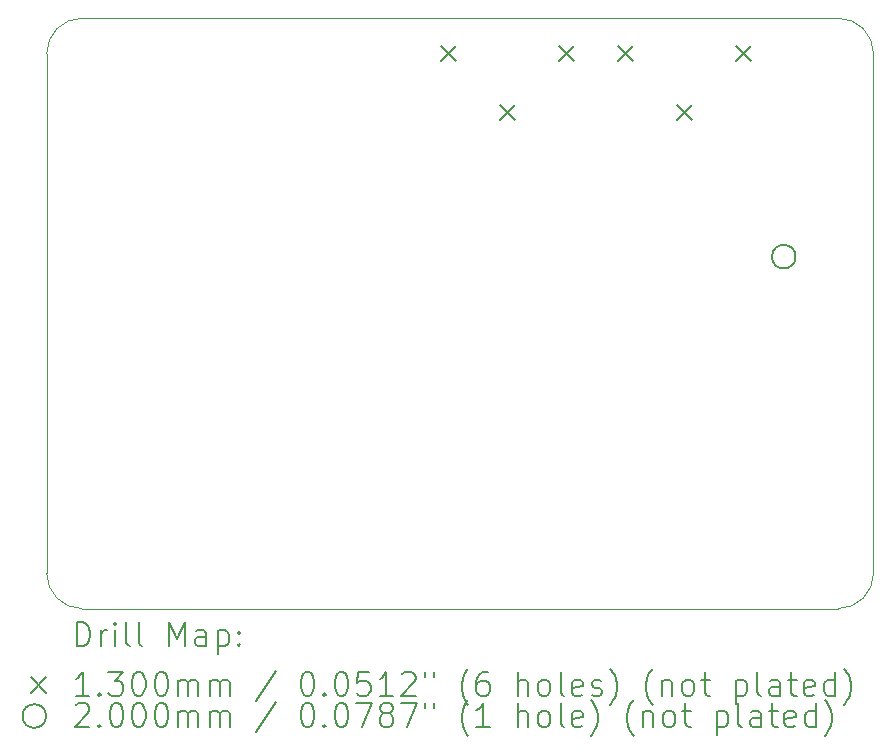
<source format=gbr>
%TF.GenerationSoftware,KiCad,Pcbnew,7.0.10-7.0.10~ubuntu22.04.1*%
%TF.CreationDate,2024-01-03T17:28:31-08:00*%
%TF.ProjectId,EtherKeyerMini,45746865-724b-4657-9965-724d696e692e,A*%
%TF.SameCoordinates,Original*%
%TF.FileFunction,Drillmap*%
%TF.FilePolarity,Positive*%
%FSLAX45Y45*%
G04 Gerber Fmt 4.5, Leading zero omitted, Abs format (unit mm)*
G04 Created by KiCad (PCBNEW 7.0.10-7.0.10~ubuntu22.04.1) date 2024-01-03 17:28:31*
%MOMM*%
%LPD*%
G01*
G04 APERTURE LIST*
%ADD10C,0.100000*%
%ADD11C,0.200000*%
%ADD12C,0.130000*%
G04 APERTURE END LIST*
D10*
X16700000Y-10000000D02*
G75*
G03*
X17000000Y-9700000I0J300000D01*
G01*
X17000000Y-5300000D02*
G75*
G03*
X16700000Y-5000000I-300000J0D01*
G01*
X10300000Y-5000000D02*
G75*
G03*
X10000000Y-5300000I0J-300000D01*
G01*
X10000000Y-5300000D02*
X10000000Y-9700000D01*
X17000000Y-5300000D02*
X17000000Y-9700000D01*
X10000000Y-9700000D02*
G75*
G03*
X10300000Y-10000000I300000J0D01*
G01*
X16700000Y-5000000D02*
X10300000Y-5000000D01*
X10300000Y-10000000D02*
X16700000Y-10000000D01*
D11*
D12*
X13335000Y-5235000D02*
X13465000Y-5365000D01*
X13465000Y-5235000D02*
X13335000Y-5365000D01*
X13834000Y-5735000D02*
X13964000Y-5865000D01*
X13964000Y-5735000D02*
X13834000Y-5865000D01*
X14335000Y-5235000D02*
X14465000Y-5365000D01*
X14465000Y-5235000D02*
X14335000Y-5365000D01*
X14835000Y-5235000D02*
X14965000Y-5365000D01*
X14965000Y-5235000D02*
X14835000Y-5365000D01*
X15334000Y-5735000D02*
X15464000Y-5865000D01*
X15464000Y-5735000D02*
X15334000Y-5865000D01*
X15835000Y-5235000D02*
X15965000Y-5365000D01*
X15965000Y-5235000D02*
X15835000Y-5365000D01*
D11*
X16340000Y-7020000D02*
G75*
G03*
X16140000Y-7020000I-100000J0D01*
G01*
X16140000Y-7020000D02*
G75*
G03*
X16340000Y-7020000I100000J0D01*
G01*
X10255777Y-10316484D02*
X10255777Y-10116484D01*
X10255777Y-10116484D02*
X10303396Y-10116484D01*
X10303396Y-10116484D02*
X10331967Y-10126008D01*
X10331967Y-10126008D02*
X10351015Y-10145055D01*
X10351015Y-10145055D02*
X10360539Y-10164103D01*
X10360539Y-10164103D02*
X10370063Y-10202198D01*
X10370063Y-10202198D02*
X10370063Y-10230770D01*
X10370063Y-10230770D02*
X10360539Y-10268865D01*
X10360539Y-10268865D02*
X10351015Y-10287912D01*
X10351015Y-10287912D02*
X10331967Y-10306960D01*
X10331967Y-10306960D02*
X10303396Y-10316484D01*
X10303396Y-10316484D02*
X10255777Y-10316484D01*
X10455777Y-10316484D02*
X10455777Y-10183150D01*
X10455777Y-10221246D02*
X10465301Y-10202198D01*
X10465301Y-10202198D02*
X10474824Y-10192674D01*
X10474824Y-10192674D02*
X10493872Y-10183150D01*
X10493872Y-10183150D02*
X10512920Y-10183150D01*
X10579586Y-10316484D02*
X10579586Y-10183150D01*
X10579586Y-10116484D02*
X10570063Y-10126008D01*
X10570063Y-10126008D02*
X10579586Y-10135531D01*
X10579586Y-10135531D02*
X10589110Y-10126008D01*
X10589110Y-10126008D02*
X10579586Y-10116484D01*
X10579586Y-10116484D02*
X10579586Y-10135531D01*
X10703396Y-10316484D02*
X10684348Y-10306960D01*
X10684348Y-10306960D02*
X10674824Y-10287912D01*
X10674824Y-10287912D02*
X10674824Y-10116484D01*
X10808158Y-10316484D02*
X10789110Y-10306960D01*
X10789110Y-10306960D02*
X10779586Y-10287912D01*
X10779586Y-10287912D02*
X10779586Y-10116484D01*
X11036729Y-10316484D02*
X11036729Y-10116484D01*
X11036729Y-10116484D02*
X11103396Y-10259341D01*
X11103396Y-10259341D02*
X11170063Y-10116484D01*
X11170063Y-10116484D02*
X11170063Y-10316484D01*
X11351015Y-10316484D02*
X11351015Y-10211722D01*
X11351015Y-10211722D02*
X11341491Y-10192674D01*
X11341491Y-10192674D02*
X11322443Y-10183150D01*
X11322443Y-10183150D02*
X11284348Y-10183150D01*
X11284348Y-10183150D02*
X11265301Y-10192674D01*
X11351015Y-10306960D02*
X11331967Y-10316484D01*
X11331967Y-10316484D02*
X11284348Y-10316484D01*
X11284348Y-10316484D02*
X11265301Y-10306960D01*
X11265301Y-10306960D02*
X11255777Y-10287912D01*
X11255777Y-10287912D02*
X11255777Y-10268865D01*
X11255777Y-10268865D02*
X11265301Y-10249817D01*
X11265301Y-10249817D02*
X11284348Y-10240293D01*
X11284348Y-10240293D02*
X11331967Y-10240293D01*
X11331967Y-10240293D02*
X11351015Y-10230770D01*
X11446253Y-10183150D02*
X11446253Y-10383150D01*
X11446253Y-10192674D02*
X11465301Y-10183150D01*
X11465301Y-10183150D02*
X11503396Y-10183150D01*
X11503396Y-10183150D02*
X11522443Y-10192674D01*
X11522443Y-10192674D02*
X11531967Y-10202198D01*
X11531967Y-10202198D02*
X11541491Y-10221246D01*
X11541491Y-10221246D02*
X11541491Y-10278389D01*
X11541491Y-10278389D02*
X11531967Y-10297436D01*
X11531967Y-10297436D02*
X11522443Y-10306960D01*
X11522443Y-10306960D02*
X11503396Y-10316484D01*
X11503396Y-10316484D02*
X11465301Y-10316484D01*
X11465301Y-10316484D02*
X11446253Y-10306960D01*
X11627205Y-10297436D02*
X11636729Y-10306960D01*
X11636729Y-10306960D02*
X11627205Y-10316484D01*
X11627205Y-10316484D02*
X11617682Y-10306960D01*
X11617682Y-10306960D02*
X11627205Y-10297436D01*
X11627205Y-10297436D02*
X11627205Y-10316484D01*
X11627205Y-10192674D02*
X11636729Y-10202198D01*
X11636729Y-10202198D02*
X11627205Y-10211722D01*
X11627205Y-10211722D02*
X11617682Y-10202198D01*
X11617682Y-10202198D02*
X11627205Y-10192674D01*
X11627205Y-10192674D02*
X11627205Y-10211722D01*
D12*
X9865000Y-10580000D02*
X9995000Y-10710000D01*
X9995000Y-10580000D02*
X9865000Y-10710000D01*
D11*
X10360539Y-10736484D02*
X10246253Y-10736484D01*
X10303396Y-10736484D02*
X10303396Y-10536484D01*
X10303396Y-10536484D02*
X10284348Y-10565055D01*
X10284348Y-10565055D02*
X10265301Y-10584103D01*
X10265301Y-10584103D02*
X10246253Y-10593627D01*
X10446253Y-10717436D02*
X10455777Y-10726960D01*
X10455777Y-10726960D02*
X10446253Y-10736484D01*
X10446253Y-10736484D02*
X10436729Y-10726960D01*
X10436729Y-10726960D02*
X10446253Y-10717436D01*
X10446253Y-10717436D02*
X10446253Y-10736484D01*
X10522444Y-10536484D02*
X10646253Y-10536484D01*
X10646253Y-10536484D02*
X10579586Y-10612674D01*
X10579586Y-10612674D02*
X10608158Y-10612674D01*
X10608158Y-10612674D02*
X10627205Y-10622198D01*
X10627205Y-10622198D02*
X10636729Y-10631722D01*
X10636729Y-10631722D02*
X10646253Y-10650770D01*
X10646253Y-10650770D02*
X10646253Y-10698389D01*
X10646253Y-10698389D02*
X10636729Y-10717436D01*
X10636729Y-10717436D02*
X10627205Y-10726960D01*
X10627205Y-10726960D02*
X10608158Y-10736484D01*
X10608158Y-10736484D02*
X10551015Y-10736484D01*
X10551015Y-10736484D02*
X10531967Y-10726960D01*
X10531967Y-10726960D02*
X10522444Y-10717436D01*
X10770063Y-10536484D02*
X10789110Y-10536484D01*
X10789110Y-10536484D02*
X10808158Y-10546008D01*
X10808158Y-10546008D02*
X10817682Y-10555531D01*
X10817682Y-10555531D02*
X10827205Y-10574579D01*
X10827205Y-10574579D02*
X10836729Y-10612674D01*
X10836729Y-10612674D02*
X10836729Y-10660293D01*
X10836729Y-10660293D02*
X10827205Y-10698389D01*
X10827205Y-10698389D02*
X10817682Y-10717436D01*
X10817682Y-10717436D02*
X10808158Y-10726960D01*
X10808158Y-10726960D02*
X10789110Y-10736484D01*
X10789110Y-10736484D02*
X10770063Y-10736484D01*
X10770063Y-10736484D02*
X10751015Y-10726960D01*
X10751015Y-10726960D02*
X10741491Y-10717436D01*
X10741491Y-10717436D02*
X10731967Y-10698389D01*
X10731967Y-10698389D02*
X10722444Y-10660293D01*
X10722444Y-10660293D02*
X10722444Y-10612674D01*
X10722444Y-10612674D02*
X10731967Y-10574579D01*
X10731967Y-10574579D02*
X10741491Y-10555531D01*
X10741491Y-10555531D02*
X10751015Y-10546008D01*
X10751015Y-10546008D02*
X10770063Y-10536484D01*
X10960539Y-10536484D02*
X10979586Y-10536484D01*
X10979586Y-10536484D02*
X10998634Y-10546008D01*
X10998634Y-10546008D02*
X11008158Y-10555531D01*
X11008158Y-10555531D02*
X11017682Y-10574579D01*
X11017682Y-10574579D02*
X11027205Y-10612674D01*
X11027205Y-10612674D02*
X11027205Y-10660293D01*
X11027205Y-10660293D02*
X11017682Y-10698389D01*
X11017682Y-10698389D02*
X11008158Y-10717436D01*
X11008158Y-10717436D02*
X10998634Y-10726960D01*
X10998634Y-10726960D02*
X10979586Y-10736484D01*
X10979586Y-10736484D02*
X10960539Y-10736484D01*
X10960539Y-10736484D02*
X10941491Y-10726960D01*
X10941491Y-10726960D02*
X10931967Y-10717436D01*
X10931967Y-10717436D02*
X10922444Y-10698389D01*
X10922444Y-10698389D02*
X10912920Y-10660293D01*
X10912920Y-10660293D02*
X10912920Y-10612674D01*
X10912920Y-10612674D02*
X10922444Y-10574579D01*
X10922444Y-10574579D02*
X10931967Y-10555531D01*
X10931967Y-10555531D02*
X10941491Y-10546008D01*
X10941491Y-10546008D02*
X10960539Y-10536484D01*
X11112920Y-10736484D02*
X11112920Y-10603150D01*
X11112920Y-10622198D02*
X11122444Y-10612674D01*
X11122444Y-10612674D02*
X11141491Y-10603150D01*
X11141491Y-10603150D02*
X11170063Y-10603150D01*
X11170063Y-10603150D02*
X11189110Y-10612674D01*
X11189110Y-10612674D02*
X11198634Y-10631722D01*
X11198634Y-10631722D02*
X11198634Y-10736484D01*
X11198634Y-10631722D02*
X11208158Y-10612674D01*
X11208158Y-10612674D02*
X11227205Y-10603150D01*
X11227205Y-10603150D02*
X11255777Y-10603150D01*
X11255777Y-10603150D02*
X11274824Y-10612674D01*
X11274824Y-10612674D02*
X11284348Y-10631722D01*
X11284348Y-10631722D02*
X11284348Y-10736484D01*
X11379586Y-10736484D02*
X11379586Y-10603150D01*
X11379586Y-10622198D02*
X11389110Y-10612674D01*
X11389110Y-10612674D02*
X11408158Y-10603150D01*
X11408158Y-10603150D02*
X11436729Y-10603150D01*
X11436729Y-10603150D02*
X11455777Y-10612674D01*
X11455777Y-10612674D02*
X11465301Y-10631722D01*
X11465301Y-10631722D02*
X11465301Y-10736484D01*
X11465301Y-10631722D02*
X11474824Y-10612674D01*
X11474824Y-10612674D02*
X11493872Y-10603150D01*
X11493872Y-10603150D02*
X11522443Y-10603150D01*
X11522443Y-10603150D02*
X11541491Y-10612674D01*
X11541491Y-10612674D02*
X11551015Y-10631722D01*
X11551015Y-10631722D02*
X11551015Y-10736484D01*
X11941491Y-10526960D02*
X11770063Y-10784103D01*
X12198634Y-10536484D02*
X12217682Y-10536484D01*
X12217682Y-10536484D02*
X12236729Y-10546008D01*
X12236729Y-10546008D02*
X12246253Y-10555531D01*
X12246253Y-10555531D02*
X12255777Y-10574579D01*
X12255777Y-10574579D02*
X12265301Y-10612674D01*
X12265301Y-10612674D02*
X12265301Y-10660293D01*
X12265301Y-10660293D02*
X12255777Y-10698389D01*
X12255777Y-10698389D02*
X12246253Y-10717436D01*
X12246253Y-10717436D02*
X12236729Y-10726960D01*
X12236729Y-10726960D02*
X12217682Y-10736484D01*
X12217682Y-10736484D02*
X12198634Y-10736484D01*
X12198634Y-10736484D02*
X12179586Y-10726960D01*
X12179586Y-10726960D02*
X12170063Y-10717436D01*
X12170063Y-10717436D02*
X12160539Y-10698389D01*
X12160539Y-10698389D02*
X12151015Y-10660293D01*
X12151015Y-10660293D02*
X12151015Y-10612674D01*
X12151015Y-10612674D02*
X12160539Y-10574579D01*
X12160539Y-10574579D02*
X12170063Y-10555531D01*
X12170063Y-10555531D02*
X12179586Y-10546008D01*
X12179586Y-10546008D02*
X12198634Y-10536484D01*
X12351015Y-10717436D02*
X12360539Y-10726960D01*
X12360539Y-10726960D02*
X12351015Y-10736484D01*
X12351015Y-10736484D02*
X12341491Y-10726960D01*
X12341491Y-10726960D02*
X12351015Y-10717436D01*
X12351015Y-10717436D02*
X12351015Y-10736484D01*
X12484348Y-10536484D02*
X12503396Y-10536484D01*
X12503396Y-10536484D02*
X12522444Y-10546008D01*
X12522444Y-10546008D02*
X12531967Y-10555531D01*
X12531967Y-10555531D02*
X12541491Y-10574579D01*
X12541491Y-10574579D02*
X12551015Y-10612674D01*
X12551015Y-10612674D02*
X12551015Y-10660293D01*
X12551015Y-10660293D02*
X12541491Y-10698389D01*
X12541491Y-10698389D02*
X12531967Y-10717436D01*
X12531967Y-10717436D02*
X12522444Y-10726960D01*
X12522444Y-10726960D02*
X12503396Y-10736484D01*
X12503396Y-10736484D02*
X12484348Y-10736484D01*
X12484348Y-10736484D02*
X12465301Y-10726960D01*
X12465301Y-10726960D02*
X12455777Y-10717436D01*
X12455777Y-10717436D02*
X12446253Y-10698389D01*
X12446253Y-10698389D02*
X12436729Y-10660293D01*
X12436729Y-10660293D02*
X12436729Y-10612674D01*
X12436729Y-10612674D02*
X12446253Y-10574579D01*
X12446253Y-10574579D02*
X12455777Y-10555531D01*
X12455777Y-10555531D02*
X12465301Y-10546008D01*
X12465301Y-10546008D02*
X12484348Y-10536484D01*
X12731967Y-10536484D02*
X12636729Y-10536484D01*
X12636729Y-10536484D02*
X12627206Y-10631722D01*
X12627206Y-10631722D02*
X12636729Y-10622198D01*
X12636729Y-10622198D02*
X12655777Y-10612674D01*
X12655777Y-10612674D02*
X12703396Y-10612674D01*
X12703396Y-10612674D02*
X12722444Y-10622198D01*
X12722444Y-10622198D02*
X12731967Y-10631722D01*
X12731967Y-10631722D02*
X12741491Y-10650770D01*
X12741491Y-10650770D02*
X12741491Y-10698389D01*
X12741491Y-10698389D02*
X12731967Y-10717436D01*
X12731967Y-10717436D02*
X12722444Y-10726960D01*
X12722444Y-10726960D02*
X12703396Y-10736484D01*
X12703396Y-10736484D02*
X12655777Y-10736484D01*
X12655777Y-10736484D02*
X12636729Y-10726960D01*
X12636729Y-10726960D02*
X12627206Y-10717436D01*
X12931967Y-10736484D02*
X12817682Y-10736484D01*
X12874825Y-10736484D02*
X12874825Y-10536484D01*
X12874825Y-10536484D02*
X12855777Y-10565055D01*
X12855777Y-10565055D02*
X12836729Y-10584103D01*
X12836729Y-10584103D02*
X12817682Y-10593627D01*
X13008158Y-10555531D02*
X13017682Y-10546008D01*
X13017682Y-10546008D02*
X13036729Y-10536484D01*
X13036729Y-10536484D02*
X13084348Y-10536484D01*
X13084348Y-10536484D02*
X13103396Y-10546008D01*
X13103396Y-10546008D02*
X13112920Y-10555531D01*
X13112920Y-10555531D02*
X13122444Y-10574579D01*
X13122444Y-10574579D02*
X13122444Y-10593627D01*
X13122444Y-10593627D02*
X13112920Y-10622198D01*
X13112920Y-10622198D02*
X12998634Y-10736484D01*
X12998634Y-10736484D02*
X13122444Y-10736484D01*
X13198634Y-10536484D02*
X13198634Y-10574579D01*
X13274825Y-10536484D02*
X13274825Y-10574579D01*
X13570063Y-10812674D02*
X13560539Y-10803150D01*
X13560539Y-10803150D02*
X13541491Y-10774579D01*
X13541491Y-10774579D02*
X13531968Y-10755531D01*
X13531968Y-10755531D02*
X13522444Y-10726960D01*
X13522444Y-10726960D02*
X13512920Y-10679341D01*
X13512920Y-10679341D02*
X13512920Y-10641246D01*
X13512920Y-10641246D02*
X13522444Y-10593627D01*
X13522444Y-10593627D02*
X13531968Y-10565055D01*
X13531968Y-10565055D02*
X13541491Y-10546008D01*
X13541491Y-10546008D02*
X13560539Y-10517436D01*
X13560539Y-10517436D02*
X13570063Y-10507912D01*
X13731968Y-10536484D02*
X13693872Y-10536484D01*
X13693872Y-10536484D02*
X13674825Y-10546008D01*
X13674825Y-10546008D02*
X13665301Y-10555531D01*
X13665301Y-10555531D02*
X13646253Y-10584103D01*
X13646253Y-10584103D02*
X13636729Y-10622198D01*
X13636729Y-10622198D02*
X13636729Y-10698389D01*
X13636729Y-10698389D02*
X13646253Y-10717436D01*
X13646253Y-10717436D02*
X13655777Y-10726960D01*
X13655777Y-10726960D02*
X13674825Y-10736484D01*
X13674825Y-10736484D02*
X13712920Y-10736484D01*
X13712920Y-10736484D02*
X13731968Y-10726960D01*
X13731968Y-10726960D02*
X13741491Y-10717436D01*
X13741491Y-10717436D02*
X13751015Y-10698389D01*
X13751015Y-10698389D02*
X13751015Y-10650770D01*
X13751015Y-10650770D02*
X13741491Y-10631722D01*
X13741491Y-10631722D02*
X13731968Y-10622198D01*
X13731968Y-10622198D02*
X13712920Y-10612674D01*
X13712920Y-10612674D02*
X13674825Y-10612674D01*
X13674825Y-10612674D02*
X13655777Y-10622198D01*
X13655777Y-10622198D02*
X13646253Y-10631722D01*
X13646253Y-10631722D02*
X13636729Y-10650770D01*
X13989110Y-10736484D02*
X13989110Y-10536484D01*
X14074825Y-10736484D02*
X14074825Y-10631722D01*
X14074825Y-10631722D02*
X14065301Y-10612674D01*
X14065301Y-10612674D02*
X14046253Y-10603150D01*
X14046253Y-10603150D02*
X14017682Y-10603150D01*
X14017682Y-10603150D02*
X13998634Y-10612674D01*
X13998634Y-10612674D02*
X13989110Y-10622198D01*
X14198634Y-10736484D02*
X14179587Y-10726960D01*
X14179587Y-10726960D02*
X14170063Y-10717436D01*
X14170063Y-10717436D02*
X14160539Y-10698389D01*
X14160539Y-10698389D02*
X14160539Y-10641246D01*
X14160539Y-10641246D02*
X14170063Y-10622198D01*
X14170063Y-10622198D02*
X14179587Y-10612674D01*
X14179587Y-10612674D02*
X14198634Y-10603150D01*
X14198634Y-10603150D02*
X14227206Y-10603150D01*
X14227206Y-10603150D02*
X14246253Y-10612674D01*
X14246253Y-10612674D02*
X14255777Y-10622198D01*
X14255777Y-10622198D02*
X14265301Y-10641246D01*
X14265301Y-10641246D02*
X14265301Y-10698389D01*
X14265301Y-10698389D02*
X14255777Y-10717436D01*
X14255777Y-10717436D02*
X14246253Y-10726960D01*
X14246253Y-10726960D02*
X14227206Y-10736484D01*
X14227206Y-10736484D02*
X14198634Y-10736484D01*
X14379587Y-10736484D02*
X14360539Y-10726960D01*
X14360539Y-10726960D02*
X14351015Y-10707912D01*
X14351015Y-10707912D02*
X14351015Y-10536484D01*
X14531968Y-10726960D02*
X14512920Y-10736484D01*
X14512920Y-10736484D02*
X14474825Y-10736484D01*
X14474825Y-10736484D02*
X14455777Y-10726960D01*
X14455777Y-10726960D02*
X14446253Y-10707912D01*
X14446253Y-10707912D02*
X14446253Y-10631722D01*
X14446253Y-10631722D02*
X14455777Y-10612674D01*
X14455777Y-10612674D02*
X14474825Y-10603150D01*
X14474825Y-10603150D02*
X14512920Y-10603150D01*
X14512920Y-10603150D02*
X14531968Y-10612674D01*
X14531968Y-10612674D02*
X14541491Y-10631722D01*
X14541491Y-10631722D02*
X14541491Y-10650770D01*
X14541491Y-10650770D02*
X14446253Y-10669817D01*
X14617682Y-10726960D02*
X14636730Y-10736484D01*
X14636730Y-10736484D02*
X14674825Y-10736484D01*
X14674825Y-10736484D02*
X14693872Y-10726960D01*
X14693872Y-10726960D02*
X14703396Y-10707912D01*
X14703396Y-10707912D02*
X14703396Y-10698389D01*
X14703396Y-10698389D02*
X14693872Y-10679341D01*
X14693872Y-10679341D02*
X14674825Y-10669817D01*
X14674825Y-10669817D02*
X14646253Y-10669817D01*
X14646253Y-10669817D02*
X14627206Y-10660293D01*
X14627206Y-10660293D02*
X14617682Y-10641246D01*
X14617682Y-10641246D02*
X14617682Y-10631722D01*
X14617682Y-10631722D02*
X14627206Y-10612674D01*
X14627206Y-10612674D02*
X14646253Y-10603150D01*
X14646253Y-10603150D02*
X14674825Y-10603150D01*
X14674825Y-10603150D02*
X14693872Y-10612674D01*
X14770063Y-10812674D02*
X14779587Y-10803150D01*
X14779587Y-10803150D02*
X14798634Y-10774579D01*
X14798634Y-10774579D02*
X14808158Y-10755531D01*
X14808158Y-10755531D02*
X14817682Y-10726960D01*
X14817682Y-10726960D02*
X14827206Y-10679341D01*
X14827206Y-10679341D02*
X14827206Y-10641246D01*
X14827206Y-10641246D02*
X14817682Y-10593627D01*
X14817682Y-10593627D02*
X14808158Y-10565055D01*
X14808158Y-10565055D02*
X14798634Y-10546008D01*
X14798634Y-10546008D02*
X14779587Y-10517436D01*
X14779587Y-10517436D02*
X14770063Y-10507912D01*
X15131968Y-10812674D02*
X15122444Y-10803150D01*
X15122444Y-10803150D02*
X15103396Y-10774579D01*
X15103396Y-10774579D02*
X15093872Y-10755531D01*
X15093872Y-10755531D02*
X15084349Y-10726960D01*
X15084349Y-10726960D02*
X15074825Y-10679341D01*
X15074825Y-10679341D02*
X15074825Y-10641246D01*
X15074825Y-10641246D02*
X15084349Y-10593627D01*
X15084349Y-10593627D02*
X15093872Y-10565055D01*
X15093872Y-10565055D02*
X15103396Y-10546008D01*
X15103396Y-10546008D02*
X15122444Y-10517436D01*
X15122444Y-10517436D02*
X15131968Y-10507912D01*
X15208158Y-10603150D02*
X15208158Y-10736484D01*
X15208158Y-10622198D02*
X15217682Y-10612674D01*
X15217682Y-10612674D02*
X15236730Y-10603150D01*
X15236730Y-10603150D02*
X15265301Y-10603150D01*
X15265301Y-10603150D02*
X15284349Y-10612674D01*
X15284349Y-10612674D02*
X15293872Y-10631722D01*
X15293872Y-10631722D02*
X15293872Y-10736484D01*
X15417682Y-10736484D02*
X15398634Y-10726960D01*
X15398634Y-10726960D02*
X15389111Y-10717436D01*
X15389111Y-10717436D02*
X15379587Y-10698389D01*
X15379587Y-10698389D02*
X15379587Y-10641246D01*
X15379587Y-10641246D02*
X15389111Y-10622198D01*
X15389111Y-10622198D02*
X15398634Y-10612674D01*
X15398634Y-10612674D02*
X15417682Y-10603150D01*
X15417682Y-10603150D02*
X15446253Y-10603150D01*
X15446253Y-10603150D02*
X15465301Y-10612674D01*
X15465301Y-10612674D02*
X15474825Y-10622198D01*
X15474825Y-10622198D02*
X15484349Y-10641246D01*
X15484349Y-10641246D02*
X15484349Y-10698389D01*
X15484349Y-10698389D02*
X15474825Y-10717436D01*
X15474825Y-10717436D02*
X15465301Y-10726960D01*
X15465301Y-10726960D02*
X15446253Y-10736484D01*
X15446253Y-10736484D02*
X15417682Y-10736484D01*
X15541492Y-10603150D02*
X15617682Y-10603150D01*
X15570063Y-10536484D02*
X15570063Y-10707912D01*
X15570063Y-10707912D02*
X15579587Y-10726960D01*
X15579587Y-10726960D02*
X15598634Y-10736484D01*
X15598634Y-10736484D02*
X15617682Y-10736484D01*
X15836730Y-10603150D02*
X15836730Y-10803150D01*
X15836730Y-10612674D02*
X15855777Y-10603150D01*
X15855777Y-10603150D02*
X15893873Y-10603150D01*
X15893873Y-10603150D02*
X15912920Y-10612674D01*
X15912920Y-10612674D02*
X15922444Y-10622198D01*
X15922444Y-10622198D02*
X15931968Y-10641246D01*
X15931968Y-10641246D02*
X15931968Y-10698389D01*
X15931968Y-10698389D02*
X15922444Y-10717436D01*
X15922444Y-10717436D02*
X15912920Y-10726960D01*
X15912920Y-10726960D02*
X15893873Y-10736484D01*
X15893873Y-10736484D02*
X15855777Y-10736484D01*
X15855777Y-10736484D02*
X15836730Y-10726960D01*
X16046253Y-10736484D02*
X16027206Y-10726960D01*
X16027206Y-10726960D02*
X16017682Y-10707912D01*
X16017682Y-10707912D02*
X16017682Y-10536484D01*
X16208158Y-10736484D02*
X16208158Y-10631722D01*
X16208158Y-10631722D02*
X16198634Y-10612674D01*
X16198634Y-10612674D02*
X16179587Y-10603150D01*
X16179587Y-10603150D02*
X16141492Y-10603150D01*
X16141492Y-10603150D02*
X16122444Y-10612674D01*
X16208158Y-10726960D02*
X16189111Y-10736484D01*
X16189111Y-10736484D02*
X16141492Y-10736484D01*
X16141492Y-10736484D02*
X16122444Y-10726960D01*
X16122444Y-10726960D02*
X16112920Y-10707912D01*
X16112920Y-10707912D02*
X16112920Y-10688865D01*
X16112920Y-10688865D02*
X16122444Y-10669817D01*
X16122444Y-10669817D02*
X16141492Y-10660293D01*
X16141492Y-10660293D02*
X16189111Y-10660293D01*
X16189111Y-10660293D02*
X16208158Y-10650770D01*
X16274825Y-10603150D02*
X16351015Y-10603150D01*
X16303396Y-10536484D02*
X16303396Y-10707912D01*
X16303396Y-10707912D02*
X16312920Y-10726960D01*
X16312920Y-10726960D02*
X16331968Y-10736484D01*
X16331968Y-10736484D02*
X16351015Y-10736484D01*
X16493873Y-10726960D02*
X16474825Y-10736484D01*
X16474825Y-10736484D02*
X16436730Y-10736484D01*
X16436730Y-10736484D02*
X16417682Y-10726960D01*
X16417682Y-10726960D02*
X16408158Y-10707912D01*
X16408158Y-10707912D02*
X16408158Y-10631722D01*
X16408158Y-10631722D02*
X16417682Y-10612674D01*
X16417682Y-10612674D02*
X16436730Y-10603150D01*
X16436730Y-10603150D02*
X16474825Y-10603150D01*
X16474825Y-10603150D02*
X16493873Y-10612674D01*
X16493873Y-10612674D02*
X16503396Y-10631722D01*
X16503396Y-10631722D02*
X16503396Y-10650770D01*
X16503396Y-10650770D02*
X16408158Y-10669817D01*
X16674825Y-10736484D02*
X16674825Y-10536484D01*
X16674825Y-10726960D02*
X16655777Y-10736484D01*
X16655777Y-10736484D02*
X16617682Y-10736484D01*
X16617682Y-10736484D02*
X16598634Y-10726960D01*
X16598634Y-10726960D02*
X16589111Y-10717436D01*
X16589111Y-10717436D02*
X16579587Y-10698389D01*
X16579587Y-10698389D02*
X16579587Y-10641246D01*
X16579587Y-10641246D02*
X16589111Y-10622198D01*
X16589111Y-10622198D02*
X16598634Y-10612674D01*
X16598634Y-10612674D02*
X16617682Y-10603150D01*
X16617682Y-10603150D02*
X16655777Y-10603150D01*
X16655777Y-10603150D02*
X16674825Y-10612674D01*
X16751015Y-10812674D02*
X16760539Y-10803150D01*
X16760539Y-10803150D02*
X16779587Y-10774579D01*
X16779587Y-10774579D02*
X16789111Y-10755531D01*
X16789111Y-10755531D02*
X16798635Y-10726960D01*
X16798635Y-10726960D02*
X16808158Y-10679341D01*
X16808158Y-10679341D02*
X16808158Y-10641246D01*
X16808158Y-10641246D02*
X16798635Y-10593627D01*
X16798635Y-10593627D02*
X16789111Y-10565055D01*
X16789111Y-10565055D02*
X16779587Y-10546008D01*
X16779587Y-10546008D02*
X16760539Y-10517436D01*
X16760539Y-10517436D02*
X16751015Y-10507912D01*
X9995000Y-10909000D02*
G75*
G03*
X9795000Y-10909000I-100000J0D01*
G01*
X9795000Y-10909000D02*
G75*
G03*
X9995000Y-10909000I100000J0D01*
G01*
X10246253Y-10819531D02*
X10255777Y-10810008D01*
X10255777Y-10810008D02*
X10274824Y-10800484D01*
X10274824Y-10800484D02*
X10322444Y-10800484D01*
X10322444Y-10800484D02*
X10341491Y-10810008D01*
X10341491Y-10810008D02*
X10351015Y-10819531D01*
X10351015Y-10819531D02*
X10360539Y-10838579D01*
X10360539Y-10838579D02*
X10360539Y-10857627D01*
X10360539Y-10857627D02*
X10351015Y-10886198D01*
X10351015Y-10886198D02*
X10236729Y-11000484D01*
X10236729Y-11000484D02*
X10360539Y-11000484D01*
X10446253Y-10981436D02*
X10455777Y-10990960D01*
X10455777Y-10990960D02*
X10446253Y-11000484D01*
X10446253Y-11000484D02*
X10436729Y-10990960D01*
X10436729Y-10990960D02*
X10446253Y-10981436D01*
X10446253Y-10981436D02*
X10446253Y-11000484D01*
X10579586Y-10800484D02*
X10598634Y-10800484D01*
X10598634Y-10800484D02*
X10617682Y-10810008D01*
X10617682Y-10810008D02*
X10627205Y-10819531D01*
X10627205Y-10819531D02*
X10636729Y-10838579D01*
X10636729Y-10838579D02*
X10646253Y-10876674D01*
X10646253Y-10876674D02*
X10646253Y-10924293D01*
X10646253Y-10924293D02*
X10636729Y-10962389D01*
X10636729Y-10962389D02*
X10627205Y-10981436D01*
X10627205Y-10981436D02*
X10617682Y-10990960D01*
X10617682Y-10990960D02*
X10598634Y-11000484D01*
X10598634Y-11000484D02*
X10579586Y-11000484D01*
X10579586Y-11000484D02*
X10560539Y-10990960D01*
X10560539Y-10990960D02*
X10551015Y-10981436D01*
X10551015Y-10981436D02*
X10541491Y-10962389D01*
X10541491Y-10962389D02*
X10531967Y-10924293D01*
X10531967Y-10924293D02*
X10531967Y-10876674D01*
X10531967Y-10876674D02*
X10541491Y-10838579D01*
X10541491Y-10838579D02*
X10551015Y-10819531D01*
X10551015Y-10819531D02*
X10560539Y-10810008D01*
X10560539Y-10810008D02*
X10579586Y-10800484D01*
X10770063Y-10800484D02*
X10789110Y-10800484D01*
X10789110Y-10800484D02*
X10808158Y-10810008D01*
X10808158Y-10810008D02*
X10817682Y-10819531D01*
X10817682Y-10819531D02*
X10827205Y-10838579D01*
X10827205Y-10838579D02*
X10836729Y-10876674D01*
X10836729Y-10876674D02*
X10836729Y-10924293D01*
X10836729Y-10924293D02*
X10827205Y-10962389D01*
X10827205Y-10962389D02*
X10817682Y-10981436D01*
X10817682Y-10981436D02*
X10808158Y-10990960D01*
X10808158Y-10990960D02*
X10789110Y-11000484D01*
X10789110Y-11000484D02*
X10770063Y-11000484D01*
X10770063Y-11000484D02*
X10751015Y-10990960D01*
X10751015Y-10990960D02*
X10741491Y-10981436D01*
X10741491Y-10981436D02*
X10731967Y-10962389D01*
X10731967Y-10962389D02*
X10722444Y-10924293D01*
X10722444Y-10924293D02*
X10722444Y-10876674D01*
X10722444Y-10876674D02*
X10731967Y-10838579D01*
X10731967Y-10838579D02*
X10741491Y-10819531D01*
X10741491Y-10819531D02*
X10751015Y-10810008D01*
X10751015Y-10810008D02*
X10770063Y-10800484D01*
X10960539Y-10800484D02*
X10979586Y-10800484D01*
X10979586Y-10800484D02*
X10998634Y-10810008D01*
X10998634Y-10810008D02*
X11008158Y-10819531D01*
X11008158Y-10819531D02*
X11017682Y-10838579D01*
X11017682Y-10838579D02*
X11027205Y-10876674D01*
X11027205Y-10876674D02*
X11027205Y-10924293D01*
X11027205Y-10924293D02*
X11017682Y-10962389D01*
X11017682Y-10962389D02*
X11008158Y-10981436D01*
X11008158Y-10981436D02*
X10998634Y-10990960D01*
X10998634Y-10990960D02*
X10979586Y-11000484D01*
X10979586Y-11000484D02*
X10960539Y-11000484D01*
X10960539Y-11000484D02*
X10941491Y-10990960D01*
X10941491Y-10990960D02*
X10931967Y-10981436D01*
X10931967Y-10981436D02*
X10922444Y-10962389D01*
X10922444Y-10962389D02*
X10912920Y-10924293D01*
X10912920Y-10924293D02*
X10912920Y-10876674D01*
X10912920Y-10876674D02*
X10922444Y-10838579D01*
X10922444Y-10838579D02*
X10931967Y-10819531D01*
X10931967Y-10819531D02*
X10941491Y-10810008D01*
X10941491Y-10810008D02*
X10960539Y-10800484D01*
X11112920Y-11000484D02*
X11112920Y-10867150D01*
X11112920Y-10886198D02*
X11122444Y-10876674D01*
X11122444Y-10876674D02*
X11141491Y-10867150D01*
X11141491Y-10867150D02*
X11170063Y-10867150D01*
X11170063Y-10867150D02*
X11189110Y-10876674D01*
X11189110Y-10876674D02*
X11198634Y-10895722D01*
X11198634Y-10895722D02*
X11198634Y-11000484D01*
X11198634Y-10895722D02*
X11208158Y-10876674D01*
X11208158Y-10876674D02*
X11227205Y-10867150D01*
X11227205Y-10867150D02*
X11255777Y-10867150D01*
X11255777Y-10867150D02*
X11274824Y-10876674D01*
X11274824Y-10876674D02*
X11284348Y-10895722D01*
X11284348Y-10895722D02*
X11284348Y-11000484D01*
X11379586Y-11000484D02*
X11379586Y-10867150D01*
X11379586Y-10886198D02*
X11389110Y-10876674D01*
X11389110Y-10876674D02*
X11408158Y-10867150D01*
X11408158Y-10867150D02*
X11436729Y-10867150D01*
X11436729Y-10867150D02*
X11455777Y-10876674D01*
X11455777Y-10876674D02*
X11465301Y-10895722D01*
X11465301Y-10895722D02*
X11465301Y-11000484D01*
X11465301Y-10895722D02*
X11474824Y-10876674D01*
X11474824Y-10876674D02*
X11493872Y-10867150D01*
X11493872Y-10867150D02*
X11522443Y-10867150D01*
X11522443Y-10867150D02*
X11541491Y-10876674D01*
X11541491Y-10876674D02*
X11551015Y-10895722D01*
X11551015Y-10895722D02*
X11551015Y-11000484D01*
X11941491Y-10790960D02*
X11770063Y-11048103D01*
X12198634Y-10800484D02*
X12217682Y-10800484D01*
X12217682Y-10800484D02*
X12236729Y-10810008D01*
X12236729Y-10810008D02*
X12246253Y-10819531D01*
X12246253Y-10819531D02*
X12255777Y-10838579D01*
X12255777Y-10838579D02*
X12265301Y-10876674D01*
X12265301Y-10876674D02*
X12265301Y-10924293D01*
X12265301Y-10924293D02*
X12255777Y-10962389D01*
X12255777Y-10962389D02*
X12246253Y-10981436D01*
X12246253Y-10981436D02*
X12236729Y-10990960D01*
X12236729Y-10990960D02*
X12217682Y-11000484D01*
X12217682Y-11000484D02*
X12198634Y-11000484D01*
X12198634Y-11000484D02*
X12179586Y-10990960D01*
X12179586Y-10990960D02*
X12170063Y-10981436D01*
X12170063Y-10981436D02*
X12160539Y-10962389D01*
X12160539Y-10962389D02*
X12151015Y-10924293D01*
X12151015Y-10924293D02*
X12151015Y-10876674D01*
X12151015Y-10876674D02*
X12160539Y-10838579D01*
X12160539Y-10838579D02*
X12170063Y-10819531D01*
X12170063Y-10819531D02*
X12179586Y-10810008D01*
X12179586Y-10810008D02*
X12198634Y-10800484D01*
X12351015Y-10981436D02*
X12360539Y-10990960D01*
X12360539Y-10990960D02*
X12351015Y-11000484D01*
X12351015Y-11000484D02*
X12341491Y-10990960D01*
X12341491Y-10990960D02*
X12351015Y-10981436D01*
X12351015Y-10981436D02*
X12351015Y-11000484D01*
X12484348Y-10800484D02*
X12503396Y-10800484D01*
X12503396Y-10800484D02*
X12522444Y-10810008D01*
X12522444Y-10810008D02*
X12531967Y-10819531D01*
X12531967Y-10819531D02*
X12541491Y-10838579D01*
X12541491Y-10838579D02*
X12551015Y-10876674D01*
X12551015Y-10876674D02*
X12551015Y-10924293D01*
X12551015Y-10924293D02*
X12541491Y-10962389D01*
X12541491Y-10962389D02*
X12531967Y-10981436D01*
X12531967Y-10981436D02*
X12522444Y-10990960D01*
X12522444Y-10990960D02*
X12503396Y-11000484D01*
X12503396Y-11000484D02*
X12484348Y-11000484D01*
X12484348Y-11000484D02*
X12465301Y-10990960D01*
X12465301Y-10990960D02*
X12455777Y-10981436D01*
X12455777Y-10981436D02*
X12446253Y-10962389D01*
X12446253Y-10962389D02*
X12436729Y-10924293D01*
X12436729Y-10924293D02*
X12436729Y-10876674D01*
X12436729Y-10876674D02*
X12446253Y-10838579D01*
X12446253Y-10838579D02*
X12455777Y-10819531D01*
X12455777Y-10819531D02*
X12465301Y-10810008D01*
X12465301Y-10810008D02*
X12484348Y-10800484D01*
X12617682Y-10800484D02*
X12751015Y-10800484D01*
X12751015Y-10800484D02*
X12665301Y-11000484D01*
X12855777Y-10886198D02*
X12836729Y-10876674D01*
X12836729Y-10876674D02*
X12827206Y-10867150D01*
X12827206Y-10867150D02*
X12817682Y-10848103D01*
X12817682Y-10848103D02*
X12817682Y-10838579D01*
X12817682Y-10838579D02*
X12827206Y-10819531D01*
X12827206Y-10819531D02*
X12836729Y-10810008D01*
X12836729Y-10810008D02*
X12855777Y-10800484D01*
X12855777Y-10800484D02*
X12893872Y-10800484D01*
X12893872Y-10800484D02*
X12912920Y-10810008D01*
X12912920Y-10810008D02*
X12922444Y-10819531D01*
X12922444Y-10819531D02*
X12931967Y-10838579D01*
X12931967Y-10838579D02*
X12931967Y-10848103D01*
X12931967Y-10848103D02*
X12922444Y-10867150D01*
X12922444Y-10867150D02*
X12912920Y-10876674D01*
X12912920Y-10876674D02*
X12893872Y-10886198D01*
X12893872Y-10886198D02*
X12855777Y-10886198D01*
X12855777Y-10886198D02*
X12836729Y-10895722D01*
X12836729Y-10895722D02*
X12827206Y-10905246D01*
X12827206Y-10905246D02*
X12817682Y-10924293D01*
X12817682Y-10924293D02*
X12817682Y-10962389D01*
X12817682Y-10962389D02*
X12827206Y-10981436D01*
X12827206Y-10981436D02*
X12836729Y-10990960D01*
X12836729Y-10990960D02*
X12855777Y-11000484D01*
X12855777Y-11000484D02*
X12893872Y-11000484D01*
X12893872Y-11000484D02*
X12912920Y-10990960D01*
X12912920Y-10990960D02*
X12922444Y-10981436D01*
X12922444Y-10981436D02*
X12931967Y-10962389D01*
X12931967Y-10962389D02*
X12931967Y-10924293D01*
X12931967Y-10924293D02*
X12922444Y-10905246D01*
X12922444Y-10905246D02*
X12912920Y-10895722D01*
X12912920Y-10895722D02*
X12893872Y-10886198D01*
X12998634Y-10800484D02*
X13131967Y-10800484D01*
X13131967Y-10800484D02*
X13046253Y-11000484D01*
X13198634Y-10800484D02*
X13198634Y-10838579D01*
X13274825Y-10800484D02*
X13274825Y-10838579D01*
X13570063Y-11076674D02*
X13560539Y-11067150D01*
X13560539Y-11067150D02*
X13541491Y-11038579D01*
X13541491Y-11038579D02*
X13531968Y-11019531D01*
X13531968Y-11019531D02*
X13522444Y-10990960D01*
X13522444Y-10990960D02*
X13512920Y-10943341D01*
X13512920Y-10943341D02*
X13512920Y-10905246D01*
X13512920Y-10905246D02*
X13522444Y-10857627D01*
X13522444Y-10857627D02*
X13531968Y-10829055D01*
X13531968Y-10829055D02*
X13541491Y-10810008D01*
X13541491Y-10810008D02*
X13560539Y-10781436D01*
X13560539Y-10781436D02*
X13570063Y-10771912D01*
X13751015Y-11000484D02*
X13636729Y-11000484D01*
X13693872Y-11000484D02*
X13693872Y-10800484D01*
X13693872Y-10800484D02*
X13674825Y-10829055D01*
X13674825Y-10829055D02*
X13655777Y-10848103D01*
X13655777Y-10848103D02*
X13636729Y-10857627D01*
X13989110Y-11000484D02*
X13989110Y-10800484D01*
X14074825Y-11000484D02*
X14074825Y-10895722D01*
X14074825Y-10895722D02*
X14065301Y-10876674D01*
X14065301Y-10876674D02*
X14046253Y-10867150D01*
X14046253Y-10867150D02*
X14017682Y-10867150D01*
X14017682Y-10867150D02*
X13998634Y-10876674D01*
X13998634Y-10876674D02*
X13989110Y-10886198D01*
X14198634Y-11000484D02*
X14179587Y-10990960D01*
X14179587Y-10990960D02*
X14170063Y-10981436D01*
X14170063Y-10981436D02*
X14160539Y-10962389D01*
X14160539Y-10962389D02*
X14160539Y-10905246D01*
X14160539Y-10905246D02*
X14170063Y-10886198D01*
X14170063Y-10886198D02*
X14179587Y-10876674D01*
X14179587Y-10876674D02*
X14198634Y-10867150D01*
X14198634Y-10867150D02*
X14227206Y-10867150D01*
X14227206Y-10867150D02*
X14246253Y-10876674D01*
X14246253Y-10876674D02*
X14255777Y-10886198D01*
X14255777Y-10886198D02*
X14265301Y-10905246D01*
X14265301Y-10905246D02*
X14265301Y-10962389D01*
X14265301Y-10962389D02*
X14255777Y-10981436D01*
X14255777Y-10981436D02*
X14246253Y-10990960D01*
X14246253Y-10990960D02*
X14227206Y-11000484D01*
X14227206Y-11000484D02*
X14198634Y-11000484D01*
X14379587Y-11000484D02*
X14360539Y-10990960D01*
X14360539Y-10990960D02*
X14351015Y-10971912D01*
X14351015Y-10971912D02*
X14351015Y-10800484D01*
X14531968Y-10990960D02*
X14512920Y-11000484D01*
X14512920Y-11000484D02*
X14474825Y-11000484D01*
X14474825Y-11000484D02*
X14455777Y-10990960D01*
X14455777Y-10990960D02*
X14446253Y-10971912D01*
X14446253Y-10971912D02*
X14446253Y-10895722D01*
X14446253Y-10895722D02*
X14455777Y-10876674D01*
X14455777Y-10876674D02*
X14474825Y-10867150D01*
X14474825Y-10867150D02*
X14512920Y-10867150D01*
X14512920Y-10867150D02*
X14531968Y-10876674D01*
X14531968Y-10876674D02*
X14541491Y-10895722D01*
X14541491Y-10895722D02*
X14541491Y-10914770D01*
X14541491Y-10914770D02*
X14446253Y-10933817D01*
X14608158Y-11076674D02*
X14617682Y-11067150D01*
X14617682Y-11067150D02*
X14636730Y-11038579D01*
X14636730Y-11038579D02*
X14646253Y-11019531D01*
X14646253Y-11019531D02*
X14655777Y-10990960D01*
X14655777Y-10990960D02*
X14665301Y-10943341D01*
X14665301Y-10943341D02*
X14665301Y-10905246D01*
X14665301Y-10905246D02*
X14655777Y-10857627D01*
X14655777Y-10857627D02*
X14646253Y-10829055D01*
X14646253Y-10829055D02*
X14636730Y-10810008D01*
X14636730Y-10810008D02*
X14617682Y-10781436D01*
X14617682Y-10781436D02*
X14608158Y-10771912D01*
X14970063Y-11076674D02*
X14960539Y-11067150D01*
X14960539Y-11067150D02*
X14941491Y-11038579D01*
X14941491Y-11038579D02*
X14931968Y-11019531D01*
X14931968Y-11019531D02*
X14922444Y-10990960D01*
X14922444Y-10990960D02*
X14912920Y-10943341D01*
X14912920Y-10943341D02*
X14912920Y-10905246D01*
X14912920Y-10905246D02*
X14922444Y-10857627D01*
X14922444Y-10857627D02*
X14931968Y-10829055D01*
X14931968Y-10829055D02*
X14941491Y-10810008D01*
X14941491Y-10810008D02*
X14960539Y-10781436D01*
X14960539Y-10781436D02*
X14970063Y-10771912D01*
X15046253Y-10867150D02*
X15046253Y-11000484D01*
X15046253Y-10886198D02*
X15055777Y-10876674D01*
X15055777Y-10876674D02*
X15074825Y-10867150D01*
X15074825Y-10867150D02*
X15103396Y-10867150D01*
X15103396Y-10867150D02*
X15122444Y-10876674D01*
X15122444Y-10876674D02*
X15131968Y-10895722D01*
X15131968Y-10895722D02*
X15131968Y-11000484D01*
X15255777Y-11000484D02*
X15236730Y-10990960D01*
X15236730Y-10990960D02*
X15227206Y-10981436D01*
X15227206Y-10981436D02*
X15217682Y-10962389D01*
X15217682Y-10962389D02*
X15217682Y-10905246D01*
X15217682Y-10905246D02*
X15227206Y-10886198D01*
X15227206Y-10886198D02*
X15236730Y-10876674D01*
X15236730Y-10876674D02*
X15255777Y-10867150D01*
X15255777Y-10867150D02*
X15284349Y-10867150D01*
X15284349Y-10867150D02*
X15303396Y-10876674D01*
X15303396Y-10876674D02*
X15312920Y-10886198D01*
X15312920Y-10886198D02*
X15322444Y-10905246D01*
X15322444Y-10905246D02*
X15322444Y-10962389D01*
X15322444Y-10962389D02*
X15312920Y-10981436D01*
X15312920Y-10981436D02*
X15303396Y-10990960D01*
X15303396Y-10990960D02*
X15284349Y-11000484D01*
X15284349Y-11000484D02*
X15255777Y-11000484D01*
X15379587Y-10867150D02*
X15455777Y-10867150D01*
X15408158Y-10800484D02*
X15408158Y-10971912D01*
X15408158Y-10971912D02*
X15417682Y-10990960D01*
X15417682Y-10990960D02*
X15436730Y-11000484D01*
X15436730Y-11000484D02*
X15455777Y-11000484D01*
X15674825Y-10867150D02*
X15674825Y-11067150D01*
X15674825Y-10876674D02*
X15693872Y-10867150D01*
X15693872Y-10867150D02*
X15731968Y-10867150D01*
X15731968Y-10867150D02*
X15751015Y-10876674D01*
X15751015Y-10876674D02*
X15760539Y-10886198D01*
X15760539Y-10886198D02*
X15770063Y-10905246D01*
X15770063Y-10905246D02*
X15770063Y-10962389D01*
X15770063Y-10962389D02*
X15760539Y-10981436D01*
X15760539Y-10981436D02*
X15751015Y-10990960D01*
X15751015Y-10990960D02*
X15731968Y-11000484D01*
X15731968Y-11000484D02*
X15693872Y-11000484D01*
X15693872Y-11000484D02*
X15674825Y-10990960D01*
X15884349Y-11000484D02*
X15865301Y-10990960D01*
X15865301Y-10990960D02*
X15855777Y-10971912D01*
X15855777Y-10971912D02*
X15855777Y-10800484D01*
X16046253Y-11000484D02*
X16046253Y-10895722D01*
X16046253Y-10895722D02*
X16036730Y-10876674D01*
X16036730Y-10876674D02*
X16017682Y-10867150D01*
X16017682Y-10867150D02*
X15979587Y-10867150D01*
X15979587Y-10867150D02*
X15960539Y-10876674D01*
X16046253Y-10990960D02*
X16027206Y-11000484D01*
X16027206Y-11000484D02*
X15979587Y-11000484D01*
X15979587Y-11000484D02*
X15960539Y-10990960D01*
X15960539Y-10990960D02*
X15951015Y-10971912D01*
X15951015Y-10971912D02*
X15951015Y-10952865D01*
X15951015Y-10952865D02*
X15960539Y-10933817D01*
X15960539Y-10933817D02*
X15979587Y-10924293D01*
X15979587Y-10924293D02*
X16027206Y-10924293D01*
X16027206Y-10924293D02*
X16046253Y-10914770D01*
X16112920Y-10867150D02*
X16189111Y-10867150D01*
X16141492Y-10800484D02*
X16141492Y-10971912D01*
X16141492Y-10971912D02*
X16151015Y-10990960D01*
X16151015Y-10990960D02*
X16170063Y-11000484D01*
X16170063Y-11000484D02*
X16189111Y-11000484D01*
X16331968Y-10990960D02*
X16312920Y-11000484D01*
X16312920Y-11000484D02*
X16274825Y-11000484D01*
X16274825Y-11000484D02*
X16255777Y-10990960D01*
X16255777Y-10990960D02*
X16246253Y-10971912D01*
X16246253Y-10971912D02*
X16246253Y-10895722D01*
X16246253Y-10895722D02*
X16255777Y-10876674D01*
X16255777Y-10876674D02*
X16274825Y-10867150D01*
X16274825Y-10867150D02*
X16312920Y-10867150D01*
X16312920Y-10867150D02*
X16331968Y-10876674D01*
X16331968Y-10876674D02*
X16341492Y-10895722D01*
X16341492Y-10895722D02*
X16341492Y-10914770D01*
X16341492Y-10914770D02*
X16246253Y-10933817D01*
X16512920Y-11000484D02*
X16512920Y-10800484D01*
X16512920Y-10990960D02*
X16493873Y-11000484D01*
X16493873Y-11000484D02*
X16455777Y-11000484D01*
X16455777Y-11000484D02*
X16436730Y-10990960D01*
X16436730Y-10990960D02*
X16427206Y-10981436D01*
X16427206Y-10981436D02*
X16417682Y-10962389D01*
X16417682Y-10962389D02*
X16417682Y-10905246D01*
X16417682Y-10905246D02*
X16427206Y-10886198D01*
X16427206Y-10886198D02*
X16436730Y-10876674D01*
X16436730Y-10876674D02*
X16455777Y-10867150D01*
X16455777Y-10867150D02*
X16493873Y-10867150D01*
X16493873Y-10867150D02*
X16512920Y-10876674D01*
X16589111Y-11076674D02*
X16598634Y-11067150D01*
X16598634Y-11067150D02*
X16617682Y-11038579D01*
X16617682Y-11038579D02*
X16627206Y-11019531D01*
X16627206Y-11019531D02*
X16636730Y-10990960D01*
X16636730Y-10990960D02*
X16646253Y-10943341D01*
X16646253Y-10943341D02*
X16646253Y-10905246D01*
X16646253Y-10905246D02*
X16636730Y-10857627D01*
X16636730Y-10857627D02*
X16627206Y-10829055D01*
X16627206Y-10829055D02*
X16617682Y-10810008D01*
X16617682Y-10810008D02*
X16598634Y-10781436D01*
X16598634Y-10781436D02*
X16589111Y-10771912D01*
M02*

</source>
